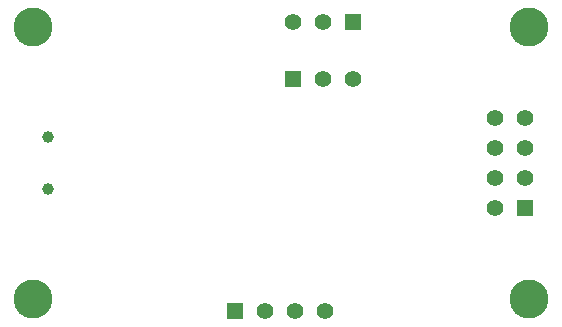
<source format=gbs>
G75*
G70*
%OFA0B0*%
%FSLAX24Y24*%
%IPPOS*%
%LPD*%
%AMOC8*
5,1,8,0,0,1.08239X$1,22.5*
%
%ADD10R,0.0555X0.0555*%
%ADD11C,0.0555*%
%ADD12C,0.1300*%
%ADD13C,0.0394*%
D10*
X011461Y004598D03*
X021115Y008019D03*
X013381Y012324D03*
X015399Y014243D03*
D11*
X014399Y014243D03*
X013399Y014243D03*
X014381Y012324D03*
X015381Y012324D03*
X020115Y011019D03*
X021115Y011019D03*
X021115Y010019D03*
X020115Y010019D03*
X020115Y009019D03*
X021115Y009019D03*
X020115Y008019D03*
X014461Y004598D03*
X013461Y004598D03*
X012461Y004598D03*
D12*
X004719Y004991D03*
X004719Y014047D03*
X021255Y014047D03*
X021255Y004991D03*
D13*
X005211Y008653D03*
X005211Y010385D03*
M02*

</source>
